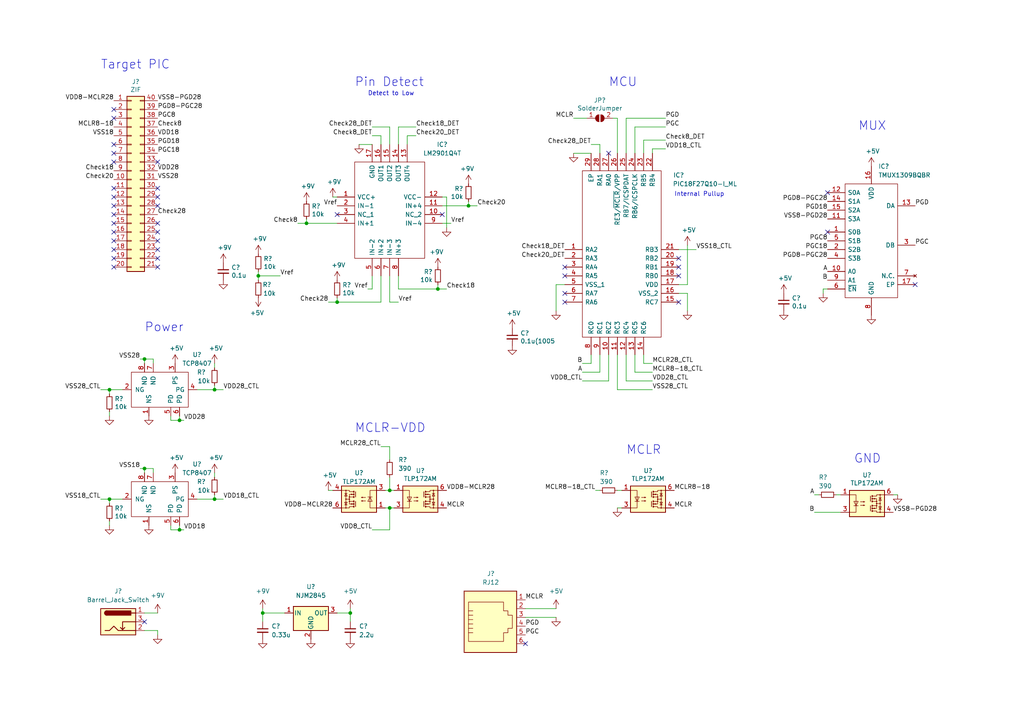
<source format=kicad_sch>
(kicad_sch (version 20211123) (generator eeschema)
  (paper "A4")
  (lib_symbols
    (symbol "Connector:Barrel_Jack_Switch" (pin_names hide)
      (property "Reference" "J" (at 0 5.334 0))
      (property "Value" "Barrel_Jack_Switch" (at 0 -5.08 0))
      (symbol "Barrel_Jack_Switch_0_1"
        (rectangle (start -5.08 3.81) (end 5.08 -3.81) (stroke (width 0.254)) (fill (type background)))
        (arc (start -3.302 3.175) (mid -3.937 2.54) (end -3.302 1.905) (stroke (width 0.254)))
        (arc (start -3.302 3.175) (mid -3.937 2.54) (end -3.302 1.905) (stroke (width 0.254)) (fill (type outline)))
        (polyline (pts (xy 1.27 -2.286) (xy 1.905 -1.651)) (stroke (width 0.254)))
        (polyline (pts (xy 5.08 2.54) (xy 3.81 2.54)) (stroke (width 0.254)))
        (polyline (pts (xy 5.08 0) (xy 1.27 0) (xy 1.27 -2.286) (xy 0.635 -1.651)) (stroke (width 0.254)))
        (polyline (pts (xy -3.81 -2.54) (xy -2.54 -2.54) (xy -1.27 -1.27) (xy 0 -2.54) (xy 2.54 -2.54) (xy 5.08 -2.54)) (stroke (width 0.254)))
        (rectangle (start 3.683 3.175) (end -3.302 1.905) (stroke (width 0.254)) (fill (type outline)))
      )
      (symbol "Barrel_Jack_Switch_1_1"
        (pin passive line (at 7.62 2.54 180) (length 2.54) (name "~") (number "1"))
        (pin passive line (at 7.62 -2.54 180) (length 2.54) (name "~") (number "2"))
        (pin passive line (at 7.62 0 180) (length 2.54) (name "~") (number "3"))
      )
    )
    (symbol "Connector:RJ12" (pin_names (offset 1.016))
      (property "Reference" "J" (at -5.08 11.43 0))
      (property "Value" "RJ12" (at 2.54 11.43 0))
      (symbol "RJ12_0_1"
        (polyline (pts (xy -6.35 -1.905) (xy -5.08 -1.905) (xy -5.08 -1.905)))
        (polyline (pts (xy -6.35 -0.635) (xy -5.08 -0.635) (xy -5.08 -0.635)))
        (polyline (pts (xy -6.35 0.635) (xy -5.08 0.635) (xy -5.08 0.635)))
        (polyline (pts (xy -6.35 1.905) (xy -5.08 1.905) (xy -5.08 1.905)))
        (polyline (pts (xy -6.35 3.175) (xy -5.08 3.175) (xy -5.08 3.175)))
        (polyline (pts (xy -5.08 4.445) (xy -6.35 4.445) (xy -6.35 4.445)))
        (polyline (pts (xy -6.35 -4.445) (xy -6.35 6.985) (xy 3.81 6.985) (xy 3.81 4.445) (xy 5.08 4.445) (xy 5.08 3.175) (xy 6.35 3.175) (xy 6.35 -0.635) (xy 5.08 -0.635) (xy 5.08 -1.905) (xy 3.81 -1.905) (xy 3.81 -4.445) (xy -6.35 -4.445) (xy -6.35 -4.445)))
        (rectangle (start 7.62 10.16) (end -7.62 -7.62) (stroke (width 0.254)) (fill (type background)))
      )
      (symbol "RJ12_1_1"
        (pin passive line (at 10.16 -5.08 180) (length 2.54) (name "~") (number "1"))
        (pin passive line (at 10.16 -2.54 180) (length 2.54) (name "~") (number "2"))
        (pin passive line (at 10.16 0 180) (length 2.54) (name "~") (number "3"))
        (pin passive line (at 10.16 2.54 180) (length 2.54) (name "~") (number "4"))
        (pin passive line (at 10.16 5.08 180) (length 2.54) (name "~") (number "5"))
        (pin passive line (at 10.16 7.62 180) (length 2.54) (name "~") (number "6"))
      )
    )
    (symbol "Connector_Generic:Conn_02x20_Counter_Clockwise" (pin_names (offset 1.016) hide)
      (property "Reference" "J" (at 1.27 25.4 0))
      (property "Value" "Conn_02x20_Counter_Clockwise" (at 1.27 -27.94 0))
      (symbol "Conn_02x20_Counter_Clockwise_1_1"
        (rectangle (start -1.27 -25.273) (end 0 -25.527) (stroke (width 0.1524)))
        (rectangle (start -1.27 -22.733) (end 0 -22.987) (stroke (width 0.1524)))
        (rectangle (start -1.27 -20.193) (end 0 -20.447) (stroke (width 0.1524)))
        (rectangle (start -1.27 -17.653) (end 0 -17.907) (stroke (width 0.1524)))
        (rectangle (start -1.27 -15.113) (end 0 -15.367) (stroke (width 0.1524)))
        (rectangle (start -1.27 -12.573) (end 0 -12.827) (stroke (width 0.1524)))
        (rectangle (start -1.27 -10.033) (end 0 -10.287) (stroke (width 0.1524)))
        (rectangle (start -1.27 -7.493) (end 0 -7.747) (stroke (width 0.1524)))
        (rectangle (start -1.27 -4.953) (end 0 -5.207) (stroke (width 0.1524)))
        (rectangle (start -1.27 -2.413) (end 0 -2.667) (stroke (width 0.1524)))
        (rectangle (start -1.27 0.127) (end 0 -0.127) (stroke (width 0.1524)))
        (rectangle (start -1.27 2.667) (end 0 2.413) (stroke (width 0.1524)))
        (rectangle (start -1.27 5.207) (end 0 4.953) (stroke (width 0.1524)))
        (rectangle (start -1.27 7.747) (end 0 7.493) (stroke (width 0.1524)))
        (rectangle (start -1.27 10.287) (end 0 10.033) (stroke (width 0.1524)))
        (rectangle (start -1.27 12.827) (end 0 12.573) (stroke (width 0.1524)))
        (rectangle (start -1.27 15.367) (end 0 15.113) (stroke (width 0.1524)))
        (rectangle (start -1.27 17.907) (end 0 17.653) (stroke (width 0.1524)))
        (rectangle (start -1.27 20.447) (end 0 20.193) (stroke (width 0.1524)))
        (rectangle (start -1.27 22.987) (end 0 22.733) (stroke (width 0.1524)))
        (rectangle (start -1.27 24.13) (end 3.81 -26.67) (stroke (width 0.254)) (fill (type background)))
        (rectangle (start 3.81 -25.273) (end 2.54 -25.527) (stroke (width 0.1524)))
        (rectangle (start 3.81 -22.733) (end 2.54 -22.987) (stroke (width 0.1524)))
        (rectangle (start 3.81 -20.193) (end 2.54 -20.447) (stroke (width 0.1524)))
        (rectangle (start 3.81 -17.653) (end 2.54 -17.907) (stroke (width 0.1524)))
        (rectangle (start 3.81 -15.113) (end 2.54 -15.367) (stroke (width 0.1524)))
        (rectangle (start 3.81 -12.573) (end 2.54 -12.827) (stroke (width 0.1524)))
        (rectangle (start 3.81 -10.033) (end 2.54 -10.287) (stroke (width 0.1524)))
        (rectangle (start 3.81 -7.493) (end 2.54 -7.747) (stroke (width 0.1524)))
        (rectangle (start 3.81 -4.953) (end 2.54 -5.207) (stroke (width 0.1524)))
        (rectangle (start 3.81 -2.413) (end 2.54 -2.667) (stroke (width 0.1524)))
        (rectangle (start 3.81 0.127) (end 2.54 -0.127) (stroke (width 0.1524)))
        (rectangle (start 3.81 2.667) (end 2.54 2.413) (stroke (width 0.1524)))
        (rectangle (start 3.81 5.207) (end 2.54 4.953) (stroke (width 0.1524)))
        (rectangle (start 3.81 7.747) (end 2.54 7.493) (stroke (width 0.1524)))
        (rectangle (start 3.81 10.287) (end 2.54 10.033) (stroke (width 0.1524)))
        (rectangle (start 3.81 12.827) (end 2.54 12.573) (stroke (width 0.1524)))
        (rectangle (start 3.81 15.367) (end 2.54 15.113) (stroke (width 0.1524)))
        (rectangle (start 3.81 17.907) (end 2.54 17.653) (stroke (width 0.1524)))
        (rectangle (start 3.81 20.447) (end 2.54 20.193) (stroke (width 0.1524)))
        (rectangle (start 3.81 22.987) (end 2.54 22.733) (stroke (width 0.1524)))
        (pin passive line (at -5.08 22.86 0) (length 3.81) (name "Pin_1") (number "1"))
        (pin passive line (at -5.08 0 0) (length 3.81) (name "Pin_10") (number "10"))
        (pin passive line (at -5.08 -2.54 0) (length 3.81) (name "Pin_11") (number "11"))
        (pin passive line (at -5.08 -5.08 0) (length 3.81) (name "Pin_12") (number "12"))
        (pin passive line (at -5.08 -7.62 0) (length 3.81) (name "Pin_13") (number "13"))
        (pin passive line (at -5.08 -10.16 0) (length 3.81) (name "Pin_14") (number "14"))
        (pin passive line (at -5.08 -12.7 0) (length 3.81) (name "Pin_15") (number "15"))
        (pin passive line (at -5.08 -15.24 0) (length 3.81) (name "Pin_16") (number "16"))
        (pin passive line (at -5.08 -17.78 0) (length 3.81) (name "Pin_17") (number "17"))
        (pin passive line (at -5.08 -20.32 0) (length 3.81) (name "Pin_18") (number "18"))
        (pin passive line (at -5.08 -22.86 0) (length 3.81) (name "Pin_19") (number "19"))
        (pin passive line (at -5.08 20.32 0) (length 3.81) (name "Pin_2") (number "2"))
        (pin passive line (at -5.08 -25.4 0) (length 3.81) (name "Pin_20") (number "20"))
        (pin passive line (at 7.62 -25.4 180) (length 3.81) (name "Pin_21") (number "21"))
        (pin passive line (at 7.62 -22.86 180) (length 3.81) (name "Pin_22") (number "22"))
        (pin passive line (at 7.62 -20.32 180) (length 3.81) (name "Pin_23") (number "23"))
        (pin passive line (at 7.62 -17.78 180) (length 3.81) (name "Pin_24") (number "24"))
        (pin passive line (at 7.62 -15.24 180) (length 3.81) (name "Pin_25") (number "25"))
        (pin passive line (at 7.62 -12.7 180) (length 3.81) (name "Pin_26") (number "26"))
        (pin passive line (at 7.62 -10.16 180) (length 3.81) (name "Pin_27") (number "27"))
        (pin passive line (at 7.62 -7.62 180) (length 3.81) (name "Pin_28") (number "28"))
        (pin passive line (at 7.62 -5.08 180) (length 3.81) (name "Pin_29") (number "29"))
        (pin passive line (at -5.08 17.78 0) (length 3.81) (name "Pin_3") (number "3"))
        (pin passive line (at 7.62 -2.54 180) (length 3.81) (name "Pin_30") (number "30"))
        (pin passive line (at 7.62 0 180) (length 3.81) (name "Pin_31") (number "31"))
        (pin passive line (at 7.62 2.54 180) (length 3.81) (name "Pin_32") (number "32"))
        (pin passive line (at 7.62 5.08 180) (length 3.81) (name "Pin_33") (number "33"))
        (pin passive line (at 7.62 7.62 180) (length 3.81) (name "Pin_34") (number "34"))
        (pin passive line (at 7.62 10.16 180) (length 3.81) (name "Pin_35") (number "35"))
        (pin passive line (at 7.62 12.7 180) (length 3.81) (name "Pin_36") (number "36"))
        (pin passive line (at 7.62 15.24 180) (length 3.81) (name "Pin_37") (number "37"))
        (pin passive line (at 7.62 17.78 180) (length 3.81) (name "Pin_38") (number "38"))
        (pin passive line (at 7.62 20.32 180) (length 3.81) (name "Pin_39") (number "39"))
        (pin passive line (at -5.08 15.24 0) (length 3.81) (name "Pin_4") (number "4"))
        (pin passive line (at 7.62 22.86 180) (length 3.81) (name "Pin_40") (number "40"))
        (pin passive line (at -5.08 12.7 0) (length 3.81) (name "Pin_5") (number "5"))
        (pin passive line (at -5.08 10.16 0) (length 3.81) (name "Pin_6") (number "6"))
        (pin passive line (at -5.08 7.62 0) (length 3.81) (name "Pin_7") (number "7"))
        (pin passive line (at -5.08 5.08 0) (length 3.81) (name "Pin_8") (number "8"))
        (pin passive line (at -5.08 2.54 0) (length 3.81) (name "Pin_9") (number "9"))
      )
    )
    (symbol "Device:C_Small" (pin_numbers hide) (pin_names (offset 0.254) hide)
      (property "Reference" "C" (at 0.254 1.778 0))
      (property "Value" "C_Small" (at 0.254 -2.032 0))
      (symbol "C_Small_0_1"
        (polyline (pts (xy -1.524 -0.508) (xy 1.524 -0.508)) (stroke (width 0.3302)))
        (polyline (pts (xy -1.524 0.508) (xy 1.524 0.508)) (stroke (width 0.3048)))
      )
      (symbol "C_Small_1_1"
        (pin passive line (at 0 2.54 270) (length 2.032) (name "~") (number "1"))
        (pin passive line (at 0 -2.54 90) (length 2.032) (name "~") (number "2"))
      )
    )
    (symbol "Device:R_Small" (pin_numbers hide) (pin_names (offset 0.254) hide)
      (property "Reference" "R" (at 0.762 0.508 0))
      (property "Value" "R_Small" (at 0.762 -1.016 0))
      (symbol "R_Small_0_1"
        (rectangle (start -0.762 1.778) (end 0.762 -1.778) (stroke (width 0.2032)))
      )
      (symbol "R_Small_1_1"
        (pin passive line (at 0 2.54 270) (length 0.762) (name "~") (number "1"))
        (pin passive line (at 0 -2.54 90) (length 0.762) (name "~") (number "2"))
      )
    )
    (symbol "Jumper:SolderJumper_2_Open" (pin_names (offset 0) hide)
      (property "Reference" "JP" (at 0 2.032 0))
      (property "Value" "SolderJumper_2_Open" (at 0 -2.54 0))
      (symbol "SolderJumper_2_Open_0_1"
        (arc (start -0.254 1.016) (mid -1.27 0) (end -0.254 -1.016))
        (arc (start -0.254 1.016) (mid -1.27 0) (end -0.254 -1.016) (fill (type outline)))
        (polyline (pts (xy -0.254 1.016) (xy -0.254 -1.016)))
        (polyline (pts (xy 0.254 1.016) (xy 0.254 -1.016)))
        (arc (start 0.254 -1.016) (mid 1.27 0) (end 0.254 1.016))
        (arc (start 0.254 -1.016) (mid 1.27 0) (end 0.254 1.016) (fill (type outline)))
      )
      (symbol "SolderJumper_2_Open_1_1"
        (pin passive line (at -3.81 0 0) (length 2.54) (name "A") (number "1"))
        (pin passive line (at 3.81 0 180) (length 2.54) (name "B") (number "2"))
      )
    )
    (symbol "LM2901Q4T:LM2901Q4T" (pin_names (offset 0.762))
      (property "Reference" "IC" (at 26.67 15.24 0))
      (property "Value" "LM2901Q4T" (at 26.67 12.7 0))
      (symbol "LM2901Q4T_0_0"
        (pin passive line (at 0 0 0) (length 5.08) (name "VCC+") (number "1"))
        (pin passive line (at 30.48 -5.08 180) (length 5.08) (name "NC_2") (number "10"))
        (pin passive line (at 30.48 -2.54 180) (length 5.08) (name "IN+4") (number "11"))
        (pin passive line (at 30.48 0 180) (length 5.08) (name "VCC-") (number "12"))
        (pin passive line (at 20.32 15.24 270) (length 5.08) (name "OUT4") (number "13"))
        (pin passive line (at 17.78 15.24 270) (length 5.08) (name "OUT3") (number "14"))
        (pin passive line (at 15.24 15.24 270) (length 5.08) (name "OUT2") (number "15"))
        (pin passive line (at 12.7 15.24 270) (length 5.08) (name "OUT1") (number "16"))
        (pin passive line (at 10.16 15.24 270) (length 5.08) (name "GND") (number "17"))
        (pin passive line (at 0 -2.54 0) (length 5.08) (name "IN-1") (number "2"))
        (pin passive line (at 0 -5.08 0) (length 5.08) (name "NC_1") (number "3"))
        (pin passive line (at 0 -7.62 0) (length 5.08) (name "IN+1") (number "4"))
        (pin passive line (at 10.16 -22.86 90) (length 5.08) (name "IN-2") (number "5"))
        (pin passive line (at 12.7 -22.86 90) (length 5.08) (name "IN+2") (number "6"))
        (pin passive line (at 15.24 -22.86 90) (length 5.08) (name "IN-3") (number "7"))
        (pin passive line (at 17.78 -22.86 90) (length 5.08) (name "IN+3") (number "8"))
        (pin passive line (at 30.48 -7.62 180) (length 5.08) (name "IN-4") (number "9"))
      )
      (symbol "LM2901Q4T_0_1"
        (polyline (pts (xy 5.08 10.16) (xy 25.4 10.16) (xy 25.4 -17.78) (xy 5.08 -17.78) (xy 5.08 10.16)) (stroke (width 0.1524)))
      )
    )
    (symbol "PIC18F27Q10-I_ML:PIC18F27Q10-I_ML" (pin_names (offset 0.762))
      (property "Reference" "IC" (at 29.21 27.94 0))
      (property "Value" "PIC18F27Q10-I_ML" (at 29.21 25.4 0))
      (symbol "PIC18F27Q10-I_ML_0_0"
        (pin passive line (at 0 0 0) (length 5.08) (name "RA2") (number "1"))
        (pin passive line (at 12.7 -30.48 90) (length 5.08) (name "RC2") (number "10"))
        (pin passive line (at 15.24 -30.48 90) (length 5.08) (name "RC3") (number "11"))
        (pin passive line (at 17.78 -30.48 90) (length 5.08) (name "RC4") (number "12"))
        (pin passive line (at 20.32 -30.48 90) (length 5.08) (name "RC5") (number "13"))
        (pin passive line (at 22.86 -30.48 90) (length 5.08) (name "RC6") (number "14"))
        (pin passive line (at 33.02 -15.24 180) (length 5.08) (name "RC7") (number "15"))
        (pin passive line (at 33.02 -12.7 180) (length 5.08) (name "VSS_2") (number "16"))
        (pin passive line (at 33.02 -10.16 180) (length 5.08) (name "VDD") (number "17"))
        (pin passive line (at 33.02 -7.62 180) (length 5.08) (name "RB0") (number "18"))
        (pin passive line (at 33.02 -5.08 180) (length 5.08) (name "RB1") (number "19"))
        (pin passive line (at 0 -2.54 0) (length 5.08) (name "RA3") (number "2"))
        (pin passive line (at 33.02 -2.54 180) (length 5.08) (name "RB2") (number "20"))
        (pin passive line (at 33.02 0 180) (length 5.08) (name "RB3") (number "21"))
        (pin passive line (at 25.4 27.94 270) (length 5.08) (name "RB4") (number "22"))
        (pin passive line (at 22.86 27.94 270) (length 5.08) (name "RB5") (number "23"))
        (pin passive line (at 20.32 27.94 270) (length 5.08) (name "RB6/ICSPCLK") (number "24"))
        (pin passive line (at 17.78 27.94 270) (length 5.08) (name "RB7/ICSPDAT") (number "25"))
        (pin passive line (at 15.24 27.94 270) (length 5.08) (name "RE3/~{MCLR}/VPP") (number "26"))
        (pin passive line (at 12.7 27.94 270) (length 5.08) (name "RA0") (number "27"))
        (pin passive line (at 10.16 27.94 270) (length 5.08) (name "RA1") (number "28"))
        (pin passive line (at 7.62 27.94 270) (length 5.08) (name "EP") (number "29"))
        (pin passive line (at 0 -5.08 0) (length 5.08) (name "RA4") (number "3"))
        (pin passive line (at 0 -7.62 0) (length 5.08) (name "RA5") (number "4"))
        (pin passive line (at 0 -10.16 0) (length 5.08) (name "VSS_1") (number "5"))
        (pin passive line (at 0 -12.7 0) (length 5.08) (name "RA7") (number "6"))
        (pin passive line (at 0 -15.24 0) (length 5.08) (name "RA6") (number "7"))
        (pin passive line (at 7.62 -30.48 90) (length 5.08) (name "RC0") (number "8"))
        (pin passive line (at 10.16 -30.48 90) (length 5.08) (name "RC1") (number "9"))
      )
      (symbol "PIC18F27Q10-I_ML_0_1"
        (polyline (pts (xy 5.08 22.86) (xy 27.94 22.86) (xy 27.94 -25.4) (xy 5.08 -25.4) (xy 5.08 22.86)) (stroke (width 0.1524)))
      )
    )
    (symbol "Regulator_Linear:L7805" (pin_names (offset 0.254))
      (property "Reference" "U" (at -3.81 3.175 0))
      (property "Value" "L7805" (at 0 3.175 0))
      (symbol "L7805_0_1"
        (rectangle (start -5.08 1.905) (end 5.08 -5.08) (stroke (width 0.254)) (fill (type background)))
      )
      (symbol "L7805_1_1"
        (pin power_in line (at -7.62 0 0) (length 2.54) (name "IN") (number "1"))
        (pin power_in line (at 0 -7.62 90) (length 2.54) (name "GND") (number "2"))
        (pin power_out line (at 7.62 0 180) (length 2.54) (name "OUT") (number "3"))
      )
    )
    (symbol "Relay_SolidState:TLP175A"
      (property "Reference" "U" (at -5.08 4.953 0))
      (property "Value" "TLP175A" (at -5.08 -5.08 0))
      (symbol "TLP175A_0_1"
        (rectangle (start -5.08 3.81) (end 5.08 -3.81) (stroke (width 0.254)) (fill (type background)))
        (polyline (pts (xy -3.81 -0.635) (xy -2.54 -0.635)))
        (polyline (pts (xy 1.016 -0.635) (xy 1.016 -2.159)) (stroke (width 0.2032)))
        (polyline (pts (xy 1.016 2.159) (xy 1.016 0.635)) (stroke (width 0.2032)))
        (polyline (pts (xy 1.524 -0.508) (xy 1.524 -0.762)) (stroke (width 0.3556)))
        (polyline (pts (xy 2.794 0) (xy 3.81 0)))
        (polyline (pts (xy 3.429 -1.651) (xy 4.191 -1.651)))
        (polyline (pts (xy 3.429 1.651) (xy 4.191 1.651)))
        (polyline (pts (xy 3.81 -2.54) (xy 3.81 2.54)))
        (polyline (pts (xy 1.524 -2.032) (xy 1.524 -2.286) (xy 1.524 -2.286)) (stroke (width 0.3556)))
        (polyline (pts (xy 1.524 -1.27) (xy 1.524 -1.524) (xy 1.524 -1.524)) (stroke (width 0.3556)))
        (polyline (pts (xy 1.524 0.762) (xy 1.524 0.508) (xy 1.524 0.508)) (stroke (width 0.3556)))
        (polyline (pts (xy 1.524 1.524) (xy 1.524 1.27) (xy 1.524 1.27)) (stroke (width 0.3556)))
        (polyline (pts (xy 1.524 2.286) (xy 1.524 2.032) (xy 1.524 2.032)) (stroke (width 0.3556)))
        (polyline (pts (xy 1.651 -1.397) (xy 2.794 -1.397) (xy 2.794 -0.635)))
        (polyline (pts (xy 1.651 1.397) (xy 2.794 1.397) (xy 2.794 0.635)))
        (polyline (pts (xy -5.08 2.54) (xy -3.175 2.54) (xy -3.175 -2.54) (xy -5.08 -2.54)))
        (polyline (pts (xy -3.175 -0.635) (xy -3.81 0.635) (xy -2.54 0.635) (xy -3.175 -0.635)))
        (polyline (pts (xy 1.651 -2.159) (xy 2.794 -2.159) (xy 2.794 -2.54) (xy 5.08 -2.54)))
        (polyline (pts (xy 1.651 -0.635) (xy 2.794 -0.635) (xy 2.794 0.635) (xy 1.651 0.635)))
        (polyline (pts (xy 1.651 2.159) (xy 2.794 2.159) (xy 2.794 2.54) (xy 5.08 2.54)))
        (polyline (pts (xy 1.778 -1.397) (xy 2.286 -1.27) (xy 2.286 -1.524) (xy 1.778 -1.397)))
        (polyline (pts (xy 1.778 1.397) (xy 2.286 1.524) (xy 2.286 1.27) (xy 1.778 1.397)))
        (polyline (pts (xy 3.81 -1.651) (xy 3.429 -0.889) (xy 4.191 -0.889) (xy 3.81 -1.651)))
        (polyline (pts (xy 3.81 1.651) (xy 3.429 0.889) (xy 4.191 0.889) (xy 3.81 1.651)))
        (polyline (pts (xy -1.905 -0.508) (xy -0.635 -0.508) (xy -1.016 -0.635) (xy -1.016 -0.381) (xy -0.635 -0.508)))
        (polyline (pts (xy -1.905 0.508) (xy -0.635 0.508) (xy -1.016 0.381) (xy -1.016 0.635) (xy -0.635 0.508)))
        (circle (center 2.794 -0.635) (radius 0.127))
        (circle (center 2.794 0) (radius 0.127))
        (circle (center 2.794 0.635) (radius 0.127))
        (circle (center 3.81 -2.54) (radius 0.127))
        (circle (center 3.81 0) (radius 0.127))
        (circle (center 3.81 2.54) (radius 0.127))
      )
      (symbol "TLP175A_1_1"
        (pin passive line (at -7.62 2.54 0) (length 2.54) (name "~") (number "1"))
        (pin passive line (at -7.62 -2.54 0) (length 2.54) (name "~") (number "3"))
        (pin passive line (at 7.62 -2.54 180) (length 2.54) (name "~") (number "4"))
        (pin passive line (at 7.62 2.54 180) (length 2.54) (name "~") (number "6"))
      )
    )
    (symbol "TCP8407:TCP8407" (pin_names (offset 1.016))
      (property "Reference" "U" (at -7.62 3.81 0))
      (property "Value" "TCP8407" (at -5.08 1.27 0))
      (symbol "TCP8407_0_1"
        (rectangle (start 0 0) (end 16.51 -10.16))
      )
      (symbol "TCP8407_1_1"
        (pin passive line (at 5.08 -12.7 90) (length 2.54) (name "NS") (number "1"))
        (pin passive line (at -2.54 -5.08 0) (length 2.54) (name "NG") (number "2"))
        (pin passive line (at 12.7 2.54 270) (length 2.54) (name "PS") (number "3"))
        (pin passive line (at 19.05 -5.08 180) (length 2.54) (name "PG") (number "4"))
        (pin passive line (at 11.43 -12.7 90) (length 2.54) (name "PD") (number "5"))
        (pin passive line (at 13.97 -12.7 90) (length 2.54) (name "PD") (number "6"))
        (pin passive line (at 6.35 2.54 270) (length 2.54) (name "ND") (number "7"))
        (pin passive line (at 3.81 2.54 270) (length 2.54) (name "ND") (number "8"))
      )
    )
    (symbol "TMUX1309BQBR:TMUX1309BQBR" (pin_names (offset 0.762))
      (property "Reference" "IC" (at 17.78 15.24 0))
      (property "Value" "TMUX1309BQBR" (at 17.78 12.7 0))
      (symbol "TMUX1309BQBR_0_0"
        (pin passive line (at 0 -3.81 0) (length 5.08) (name "S0B") (number "1"))
        (pin passive line (at 0 -15.24 0) (length 5.08) (name "A0") (number "10"))
        (pin passive line (at 0 0 0) (length 5.08) (name "S3A") (number "11"))
        (pin passive line (at 0 7.62 0) (length 5.08) (name "S0A") (number "12"))
        (pin passive line (at 25.4 3.81 180) (length 5.08) (name "DA") (number "13"))
        (pin passive line (at 0 5.08 0) (length 5.08) (name "S1A") (number "14"))
        (pin passive line (at 0 2.54 0) (length 5.08) (name "S2A") (number "15"))
        (pin passive line (at 12.7 15.24 270) (length 5.08) (name "VDD") (number "16"))
        (pin passive line (at 25.4 -19.05 180) (length 5.08) (name "EP") (number "17"))
        (pin passive line (at 0 -8.89 0) (length 5.08) (name "S2B") (number "2"))
        (pin passive line (at 25.4 -7.62 180) (length 5.08) (name "DB") (number "3"))
        (pin passive line (at 0 -11.43 0) (length 5.08) (name "S3B") (number "4"))
        (pin passive line (at 0 -6.35 0) (length 5.08) (name "S1B") (number "5"))
        (pin passive line (at 0 -20.32 0) (length 5.08) (name "~{EN}") (number "6"))
        (pin no_connect line (at 25.4 -16.51 180) (length 5.08) (name "N.C.") (number "7"))
        (pin passive line (at 12.7 -27.94 90) (length 5.08) (name "GND") (number "8"))
        (pin passive line (at 0 -17.78 0) (length 5.08) (name "A1") (number "9"))
      )
      (symbol "TMUX1309BQBR_0_1"
        (polyline (pts (xy 5.08 10.16) (xy 20.32 10.16) (xy 20.32 -22.86) (xy 5.08 -22.86) (xy 5.08 10.16)) (stroke (width 0.1524)))
      )
    )
    (symbol "power:+5V" (power) (pin_names (offset 0))
      (property "Value" "+5V" (at 0 3.556 0))
      (symbol "+5V_0_1"
        (polyline (pts (xy -0.762 1.27) (xy 0 2.54)))
        (polyline (pts (xy 0 0) (xy 0 2.54)))
        (polyline (pts (xy 0 2.54) (xy 0.762 1.27)))
      )
      (symbol "+5V_1_1"
        (pin power_in line (at 0 0 90) (length 0) hide (name "+5V") (number "1"))
      )
    )
    (symbol "power:+9V" (power) (pin_names (offset 0))
      (property "Value" "+9V" (at 0 3.556 0))
      (symbol "+9V_0_1"
        (polyline (pts (xy -0.762 1.27) (xy 0 2.54)))
        (polyline (pts (xy 0 0) (xy 0 2.54)))
        (polyline (pts (xy 0 2.54) (xy 0.762 1.27)))
      )
      (symbol "+9V_1_1"
        (pin power_in line (at 0 0 90) (length 0) hide (name "+9V") (number "1"))
      )
    )
    (symbol "power:GND" (power) (pin_names (offset 0))
      (property "Value" "GND" (at 0 -3.81 0))
      (symbol "GND_0_1"
        (polyline (pts (xy 0 0) (xy 0 -1.27) (xy 1.27 -1.27) (xy 0 -2.54) (xy -1.27 -1.27) (xy 0 -1.27)))
      )
      (symbol "GND_1_1"
        (pin power_in line (at 0 0 270) (length 0) hide (name "GND") (number "1"))
      )
    )
  )
  (junction (at 52.07 153.67))
  (junction (at 74.93 80.01))
  (junction (at 62.23 113.03))
  (junction (at 88.9 64.77))
  (junction (at 41.91 104.14))
  (junction (at 62.23 144.78))
  (junction (at 101.6 177.8))
  (junction (at 135.89 59.69))
  (junction (at 31.75 113.03))
  (junction (at 52.07 121.92))
  (junction (at 127 83.82))
  (junction (at 76.2 177.8))
  (junction (at 113.03 147.32))
  (junction (at 41.91 135.89))
  (junction (at 113.03 142.24))
  (junction (at 31.75 144.78))
  (junction (at 97.79 87.63))
  (no_connect (at 196.85 80.01))
  (no_connect (at 45.72 72.39))
  (no_connect (at 45.72 64.77))
  (no_connect (at 33.02 69.85))
  (no_connect (at 41.91 180.34))
  (no_connect (at 128.27 62.23))
  (no_connect (at 45.72 69.85))
  (no_connect (at 45.72 46.99))
  (no_connect (at 97.79 62.23))
  (no_connect (at 33.02 67.31))
  (no_connect (at 163.83 85.09))
  (no_connect (at 45.72 77.47))
  (no_connect (at 163.83 80.01))
  (no_connect (at 196.85 87.63))
  (no_connect (at 33.02 59.69))
  (no_connect (at 33.02 64.77))
  (no_connect (at 240.03 55.88))
  (no_connect (at 176.53 44.45))
  (no_connect (at 33.02 62.23))
  (no_connect (at 196.85 77.47))
  (no_connect (at 33.02 41.91))
  (no_connect (at 163.83 87.63))
  (no_connect (at 45.72 67.31))
  (no_connect (at 33.02 46.99))
  (no_connect (at 163.83 77.47))
  (no_connect (at 265.43 82.55))
  (no_connect (at 45.72 54.61))
  (no_connect (at 45.72 74.93))
  (no_connect (at 240.03 67.31))
  (no_connect (at 33.02 34.29))
  (no_connect (at 33.02 72.39))
  (no_connect (at 152.4 186.69))
  (no_connect (at 33.02 54.61))
  (no_connect (at 33.02 77.47))
  (no_connect (at 33.02 31.75))
  (no_connect (at 196.85 74.93))
  (no_connect (at 45.72 57.15))
  (no_connect (at 33.02 44.45))
  (no_connect (at 33.02 57.15))
  (no_connect (at 33.02 74.93))
  (no_connect (at 45.72 59.69))
  (wire (pts (xy 113.03 129.54) (xy 113.03 133.35)))
  (wire (pts (xy 173.99 107.95) (xy 173.99 102.87)))
  (wire (pts (xy 176.53 102.87) (xy 176.53 110.49)))
  (wire (pts (xy 259.08 143.51) (xy 260.35 143.51)))
  (wire (pts (xy 49.53 152.4) (xy 49.53 153.67)))
  (wire (pts (xy 41.91 137.16) (xy 41.91 135.89)))
  (wire (pts (xy 41.91 177.8) (xy 45.72 177.8)))
  (wire (pts (xy 111.76 142.24) (xy 113.03 142.24)))
  (wire (pts (xy 49.53 120.65) (xy 49.53 121.92)))
  (wire (pts (xy 193.04 43.18) (xy 189.23 43.18)))
  (wire (pts (xy 95.25 87.63) (xy 97.79 87.63)))
  (wire (pts (xy 76.2 176.53) (xy 76.2 177.8)))
  (wire (pts (xy 240.03 83.82) (xy 238.76 83.82)))
  (wire (pts (xy 171.45 105.41) (xy 168.91 105.41)))
  (wire (pts (xy 115.57 83.82) (xy 127 83.82)))
  (wire (pts (xy 179.07 142.24) (xy 180.34 142.24)))
  (wire (pts (xy 52.07 120.65) (xy 52.07 121.92)))
  (wire (pts (xy 111.76 147.32) (xy 113.03 147.32)))
  (wire (pts (xy 110.49 39.37) (xy 110.49 41.91)))
  (wire (pts (xy 242.57 143.51) (xy 243.84 143.51)))
  (wire (pts (xy 181.61 110.49) (xy 181.61 102.87)))
  (wire (pts (xy 49.53 121.92) (xy 52.07 121.92)))
  (wire (pts (xy 107.95 153.67) (xy 113.03 153.67)))
  (wire (pts (xy 189.23 107.95) (xy 184.15 107.95)))
  (wire (pts (xy 193.04 34.29) (xy 181.61 34.29)))
  (wire (pts (xy 236.22 148.59) (xy 243.84 148.59)))
  (wire (pts (xy 172.72 142.24) (xy 173.99 142.24)))
  (wire (pts (xy 31.75 119.38) (xy 31.75 120.65)))
  (wire (pts (xy 152.4 176.53) (xy 161.29 176.53)))
  (wire (pts (xy 107.95 39.37) (xy 110.49 39.37)))
  (wire (pts (xy 52.07 152.4) (xy 52.07 153.67)))
  (wire (pts (xy 113.03 147.32) (xy 113.03 153.67)))
  (wire (pts (xy 236.22 143.51) (xy 237.49 143.51)))
  (wire (pts (xy 135.89 59.69) (xy 135.89 58.42)))
  (wire (pts (xy 52.07 153.67) (xy 53.34 153.67)))
  (wire (pts (xy 189.23 110.49) (xy 181.61 110.49)))
  (wire (pts (xy 57.15 113.03) (xy 62.23 113.03)))
  (wire (pts (xy 41.91 135.89) (xy 44.45 135.89)))
  (wire (pts (xy 199.39 90.17) (xy 199.39 85.09)))
  (wire (pts (xy 57.15 144.78) (xy 62.23 144.78)))
  (wire (pts (xy 113.03 142.24) (xy 114.3 142.24)))
  (wire (pts (xy 181.61 34.29) (xy 181.61 44.45)))
  (wire (pts (xy 196.85 72.39) (xy 201.93 72.39)))
  (wire (pts (xy 161.29 82.55) (xy 163.83 82.55)))
  (wire (pts (xy 179.07 34.29) (xy 179.07 44.45)))
  (wire (pts (xy 199.39 85.09) (xy 196.85 85.09)))
  (wire (pts (xy 74.93 78.74) (xy 74.93 80.01)))
  (wire (pts (xy 106.68 83.82) (xy 107.95 83.82)))
  (wire (pts (xy 166.37 44.45) (xy 171.45 44.45)))
  (wire (pts (xy 41.91 182.88) (xy 45.72 182.88)))
  (wire (pts (xy 128.27 57.15) (xy 129.54 57.15)))
  (wire (pts (xy 152.4 179.07) (xy 161.29 179.07)))
  (wire (pts (xy 107.95 36.83) (xy 113.03 36.83)))
  (wire (pts (xy 101.6 177.8) (xy 101.6 180.34)))
  (wire (pts (xy 76.2 177.8) (xy 76.2 180.34)))
  (wire (pts (xy 113.03 147.32) (xy 114.3 147.32)))
  (wire (pts (xy 166.37 34.29) (xy 170.18 34.29)))
  (wire (pts (xy 97.79 87.63) (xy 97.79 86.36)))
  (wire (pts (xy 31.75 113.03) (xy 29.21 113.03)))
  (wire (pts (xy 62.23 138.43) (xy 62.23 137.16)))
  (wire (pts (xy 186.69 105.41) (xy 186.69 102.87)))
  (wire (pts (xy 62.23 144.78) (xy 64.77 144.78)))
  (wire (pts (xy 52.07 121.92) (xy 53.34 121.92)))
  (wire (pts (xy 44.45 104.14) (xy 44.45 105.41)))
  (wire (pts (xy 193.04 40.64) (xy 186.69 40.64)))
  (wire (pts (xy 171.45 41.91) (xy 173.99 41.91)))
  (wire (pts (xy 199.39 82.55) (xy 196.85 82.55)))
  (wire (pts (xy 115.57 36.83) (xy 120.65 36.83)))
  (wire (pts (xy 179.07 113.03) (xy 179.07 102.87)))
  (wire (pts (xy 31.75 144.78) (xy 31.75 146.05)))
  (wire (pts (xy 88.9 64.77) (xy 88.9 63.5)))
  (wire (pts (xy 110.49 129.54) (xy 113.03 129.54)))
  (wire (pts (xy 62.23 113.03) (xy 62.23 111.76)))
  (wire (pts (xy 113.03 138.43) (xy 113.03 142.24)))
  (wire (pts (xy 44.45 135.89) (xy 44.45 137.16)))
  (wire (pts (xy 171.45 102.87) (xy 171.45 105.41)))
  (wire (pts (xy 40.64 104.14) (xy 41.91 104.14)))
  (wire (pts (xy 62.23 113.03) (xy 64.77 113.03)))
  (wire (pts (xy 40.64 135.89) (xy 41.91 135.89)))
  (wire (pts (xy 86.36 64.77) (xy 88.9 64.77)))
  (wire (pts (xy 138.43 59.69) (xy 135.89 59.69)))
  (wire (pts (xy 186.69 40.64) (xy 186.69 44.45)))
  (wire (pts (xy 97.79 177.8) (xy 101.6 177.8)))
  (wire (pts (xy 189.23 105.41) (xy 186.69 105.41)))
  (wire (pts (xy 127 83.82) (xy 127 82.55)))
  (wire (pts (xy 173.99 41.91) (xy 173.99 44.45)))
  (wire (pts (xy 35.56 113.03) (xy 31.75 113.03)))
  (wire (pts (xy 41.91 105.41) (xy 41.91 104.14)))
  (wire (pts (xy 118.11 39.37) (xy 120.65 39.37)))
  (wire (pts (xy 118.11 39.37) (xy 118.11 41.91)))
  (wire (pts (xy 110.49 80.01) (xy 110.49 87.63)))
  (wire (pts (xy 184.15 44.45) (xy 184.15 36.83)))
  (wire (pts (xy 129.54 57.15) (xy 129.54 66.04)))
  (wire (pts (xy 96.52 57.15) (xy 97.79 57.15)))
  (wire (pts (xy 184.15 36.83) (xy 193.04 36.83)))
  (wire (pts (xy 45.72 182.88) (xy 45.72 184.15)))
  (wire (pts (xy 107.95 80.01) (xy 107.95 83.82)))
  (wire (pts (xy 115.57 87.63) (xy 113.03 87.63)))
  (wire (pts (xy 31.75 144.78) (xy 29.21 144.78)))
  (wire (pts (xy 74.93 80.01) (xy 74.93 81.28)))
  (wire (pts (xy 41.91 104.14) (xy 44.45 104.14)))
  (wire (pts (xy 95.25 142.24) (xy 96.52 142.24)))
  (wire (pts (xy 128.27 59.69) (xy 135.89 59.69)))
  (wire (pts (xy 115.57 36.83) (xy 115.57 41.91)))
  (wire (pts (xy 88.9 64.77) (xy 97.79 64.77)))
  (wire (pts (xy 31.75 151.13) (xy 31.75 152.4)))
  (wire (pts (xy 62.23 106.68) (xy 62.23 105.41)))
  (wire (pts (xy 177.8 34.29) (xy 179.07 34.29)))
  (wire (pts (xy 101.6 176.53) (xy 101.6 177.8)))
  (wire (pts (xy 189.23 43.18) (xy 189.23 44.45)))
  (wire (pts (xy 97.79 87.63) (xy 110.49 87.63)))
  (wire (pts (xy 179.07 147.32) (xy 180.34 147.32)))
  (wire (pts (xy 31.75 113.03) (xy 31.75 114.3)))
  (wire (pts (xy 62.23 144.78) (xy 62.23 143.51)))
  (wire (pts (xy 74.93 80.01) (xy 81.28 80.01)))
  (wire (pts (xy 129.54 83.82) (xy 127 83.82)))
  (wire (pts (xy 238.76 83.82) (xy 238.76 85.09)))
  (wire (pts (xy 115.57 80.01) (xy 115.57 83.82)))
  (wire (pts (xy 113.03 41.91) (xy 113.03 36.83)))
  (wire (pts (xy 128.27 64.77) (xy 130.81 64.77)))
  (wire (pts (xy 113.03 87.63) (xy 113.03 80.01)))
  (wire (pts (xy 176.53 110.49) (xy 168.91 110.49)))
  (wire (pts (xy 35.56 144.78) (xy 31.75 144.78)))
  (wire (pts (xy 104.14 41.91) (xy 107.95 41.91)))
  (wire (pts (xy 168.91 107.95) (xy 173.99 107.95)))
  (wire (pts (xy 189.23 113.03) (xy 179.07 113.03)))
  (wire (pts (xy 49.53 153.67) (xy 52.07 153.67)))
  (wire (pts (xy 82.55 177.8) (xy 76.2 177.8)))
  (wire (pts (xy 161.29 90.17) (xy 161.29 82.55)))
  (wire (pts (xy 199.39 71.12) (xy 199.39 82.55)))
  (wire (pts (xy 184.15 107.95) (xy 184.15 102.87)))
  (text "MCU" (at 176.53 25.4 0) (effects (font (size 2.54 2.54)) (justify left bottom)))
  (text "MCLR" (at 181.61 132.08 0) (effects (font (size 2.54 2.54)) (justify left bottom)))
  (text "Internal Pullup" (at 195.58 57.15 0) (effects (font (size 1.27 1.27)) (justify left bottom)))
  (text "GND" (at 247.65 134.62 0) (effects (font (size 2.54 2.54)) (justify left bottom)))
  (text "Target PIC" (at 29.21 20.32 0) (effects (font (size 2.54 2.54)) (justify left bottom)))
  (text "MCLR-VDD" (at 102.87 125.73 0) (effects (font (size 2.54 2.54)) (justify left bottom)))
  (text "Pin Detect" (at 102.87 25.4 0) (effects (font (size 2.54 2.54)) (justify left bottom)))
  (text "Power" (at 41.91 96.52 0) (effects (font (size 2.54 2.54)) (justify left bottom)))
  (text "Detect to Low" (at 106.68 27.94 0) (effects (font (size 1.27 1.27)) (justify left bottom)))
  (text "MUX" (at 248.92 38.1 0) (effects (font (size 2.54 2.54)) (justify left bottom)))
  (label "MCLR8-18" (at 195.58 142.24 0))
  (label "PGC" (at 265.43 71.12 0))
  (label "MCLR" (at 166.37 34.29 180))
  (label "VSS28" (at 45.72 52.07 0))
  (label "VDD8_CTL" (at 107.95 153.67 180))
  (label "B" (at 168.91 105.41 180))
  (label "PGC" (at 152.4 184.15 0))
  (label "Check20_DET" (at 163.83 74.93 180))
  (label "MCLR28_CTL" (at 189.23 105.41 0))
  (label "PGD18" (at 240.03 60.96 180))
  (label "Check20" (at 33.02 52.07 180))
  (label "VSS8-PGD28" (at 45.72 29.21 0))
  (label "VSS28_CTL" (at 29.21 113.03 180))
  (label "Check18" (at 129.54 83.82 0))
  (label "VSS8-PGD28" (at 240.03 63.5 180))
  (label "Vref" (at 81.28 80.01 0))
  (label "VDD8-MCLR28" (at 129.54 142.24 0))
  (label "Check8" (at 45.72 36.83 0))
  (label "MCLR28_CTL" (at 110.49 129.54 180))
  (label "Check28" (at 45.72 62.23 0))
  (label "Vref" (at 106.68 83.82 180))
  (label "PGD" (at 265.43 59.69 0))
  (label "Check18_DET" (at 163.83 72.39 180))
  (label "PGC18" (at 45.72 44.45 0))
  (label "MCLR8-18_CTL" (at 189.23 107.95 0))
  (label "Vref" (at 97.79 59.69 180))
  (label "Check18_DET" (at 120.65 36.83 0))
  (label "VSS18_CTL" (at 201.93 72.39 0))
  (label "VSS18" (at 33.02 39.37 180))
  (label "VDD18_CTL" (at 64.77 144.78 0))
  (label "Check8_DET" (at 193.04 40.64 0))
  (label "VSS18" (at 40.64 135.89 180))
  (label "PGD8-PGC28" (at 240.03 74.93 180))
  (label "MCLR" (at 195.58 147.32 0))
  (label "Check8" (at 86.36 64.77 180))
  (label "VDD18_CTL" (at 193.04 43.18 0))
  (label "PGC8" (at 45.72 34.29 0))
  (label "VDD8-MCLR28" (at 96.52 147.32 180))
  (label "VDD18" (at 45.72 39.37 0))
  (label "B" (at 236.22 148.59 180))
  (label "Vref" (at 130.81 64.77 0))
  (label "Check8_DET" (at 107.95 39.37 180))
  (label "A" (at 236.22 143.51 180))
  (label "PGD" (at 193.04 34.29 0))
  (label "Check20" (at 138.43 59.69 0))
  (label "VDD28_CTL" (at 64.77 113.03 0))
  (label "A" (at 168.91 107.95 180))
  (label "PGC18" (at 240.03 72.39 180))
  (label "VDD18" (at 53.34 153.67 0))
  (label "VDD28" (at 53.34 121.92 0))
  (label "MCLR8-18_CTL" (at 172.72 142.24 180))
  (label "VDD28" (at 45.72 49.53 0))
  (label "Vref" (at 115.57 87.63 0))
  (label "PGC8" (at 240.03 69.85 180))
  (label "VSS18_CTL" (at 29.21 144.78 180))
  (label "Check20_DET" (at 120.65 39.37 0))
  (label "VDD8_CTL" (at 168.91 110.49 180))
  (label "MCLR" (at 152.4 173.99 0))
  (label "PGD" (at 152.4 181.61 0))
  (label "VDD28_CTL" (at 189.23 110.49 0))
  (label "PGD8-PGC28" (at 45.72 31.75 0))
  (label "VDD8-MCLR28" (at 33.02 29.21 180))
  (label "VSS8-PGD28" (at 259.08 148.59 0))
  (label "MCLR" (at 129.54 147.32 0))
  (label "PGD8-PGC28" (at 240.03 58.42 180))
  (label "Check18" (at 33.02 49.53 180))
  (label "VSS28_CTL" (at 189.23 113.03 0))
  (label "Check28_DET" (at 107.95 36.83 180))
  (label "Check28" (at 95.25 87.63 180))
  (label "A" (at 240.03 78.74 180))
  (label "PGC" (at 193.04 36.83 0))
  (label "B" (at 240.03 81.28 180))
  (label "Check28_DET" (at 171.45 41.91 180))
  (label "MCLR8-18" (at 33.02 36.83 180))
  (label "PGD18" (at 45.72 41.91 0))
  (label "VSS28" (at 40.64 104.14 180))
  (symbol (lib_id "power:+9V") (at 76.2 176.53 0) (unit 1)
    (property "Reference" "#PWR?" (effects hide))
    (property "Value" "+9V" (at 76.2 171.45 0))
  )
  (symbol (lib_id "power:GND") (at 64.77 81.28 0) (unit 1)
    (property "Reference" "#PWR?" (effects hide))
    (property "Value" "GND" (effects hide))
  )
  (symbol (lib_id "power:GND") (at 45.72 184.15 0) (unit 1)
    (property "Reference" "#PWR?" (effects hide))
    (property "Value" "GND" (effects hide))
  )
  (symbol (lib_id "Device:R_Small") (at 88.9 60.96 0) (unit 1)
    (property "Reference" "R?" (at 90.3986 59.7916 0) (effects (justify left)))
    (property "Value" "10k" (at 90.3986 62.103 0) (effects (justify left)))
    (property "Footprint" "Resistor_SMD:R_0603_1608Metric" (effects hide))
  )
  (symbol (lib_id "power:GND") (at 43.18 152.4 0) (unit 1)
    (property "Reference" "#PWR?" (effects hide))
    (property "Value" "GND" (effects hide))
  )
  (symbol (lib_id "power:+9V") (at 97.79 81.28 0) (unit 1)
    (property "Reference" "#PWR?" (effects hide))
    (property "Value" "+9V" (at 98.171 76.8858 0))
  )
  (symbol (lib_id "power:GND") (at 161.29 179.07 0) (unit 1)
    (property "Reference" "#PWR?" (effects hide))
    (property "Value" "GND" (effects hide))
  )
  (symbol (lib_id "power:GND") (at 31.75 152.4 0) (unit 1)
    (property "Reference" "#PWR?" (effects hide))
    (property "Value" "GND" (effects hide))
  )
  (symbol (lib_id "Regulator_Linear:L7805") (at 90.17 177.8 0) (unit 1)
    (property "Reference" "U?" (at 90.17 170.18 0))
    (property "Value" "NJM2845" (at 90.17 172.72 0))
    (property "Datasheet" "http://www.st.com/content/ccc/resource/technical/document/datasheet/41/4f/b3/b0/12/d4/47/88/CD00000444.pdf/files/CD00000444.pdf/jcr:content/translations/en.CD00000444.pdf" (effects hide))
  )
  (symbol (lib_id "power:+9V") (at 127 77.47 0) (mirror y) (unit 1)
    (property "Reference" "#PWR?" (effects hide))
    (property "Value" "+9V" (at 126.619 73.0758 0))
  )
  (symbol (lib_id "power:+9V") (at 64.77 76.2 0) (unit 1)
    (property "Reference" "#PWR?" (effects hide))
    (property "Value" "+9V" (at 65.151 71.8058 0))
  )
  (symbol (lib_id "power:GND") (at 43.18 120.65 0) (unit 1)
    (property "Reference" "#PWR?" (effects hide))
    (property "Value" "GND" (effects hide))
  )
  (symbol (lib_id "Device:R_Small") (at 62.23 140.97 0) (unit 1)
    (property "Reference" "R?" (at 59.69 139.7 0) (effects (justify right)))
    (property "Value" "10k" (at 60.96 142.24 0) (effects (justify right)))
    (property "Footprint" "Resistor_SMD:R_0603_1608Metric" (effects hide))
  )
  (symbol (lib_id "Device:R_Small") (at 74.93 83.82 180) (unit 1)
    (property "Reference" "R?" (at 78.74 82.55 0) (effects (justify left)))
    (property "Value" "10k" (at 80.01 85.09 0) (effects (justify left)))
    (property "Footprint" "Resistor_SMD:R_0603_1608Metric" (effects hide))
  )
  (symbol (lib_id "Device:R_Small") (at 127 80.01 0) (mirror y) (unit 1)
    (property "Reference" "R?" (at 125.5014 78.8416 0) (effects (justify left)))
    (property "Value" "10k" (at 125.5014 81.153 0) (effects (justify left)))
    (property "Footprint" "Resistor_SMD:R_0603_1608Metric" (effects hide))
  )
  (symbol (lib_id "Device:R_Small") (at 97.79 83.82 0) (unit 1)
    (property "Reference" "R?" (at 99.2886 82.6516 0) (effects (justify left)))
    (property "Value" "10k" (at 99.2886 84.963 0) (effects (justify left)))
    (property "Footprint" "Resistor_SMD:R_0603_1608Metric" (effects hide))
  )
  (symbol (lib_id "power:GND") (at 166.37 44.45 0) (unit 1)
    (property "Reference" "#PWR?" (effects hide))
    (property "Value" "GND" (effects hide))
  )
  (symbol (lib_id "Device:R_Small") (at 176.53 142.24 90) (unit 1)
    (property "Reference" "R?" (at 176.53 137.16 90) (effects (justify left)))
    (property "Value" "390" (at 177.8 139.7 90) (effects (justify left)))
    (property "Footprint" "Resistor_SMD:R_0603_1608Metric" (effects hide))
  )
  (symbol (lib_id "power:+5V") (at 74.93 86.36 180) (unit 1)
    (property "Reference" "#PWR?" (effects hide))
    (property "Value" "+5V" (at 74.549 90.7542 0))
  )
  (symbol (lib_id "Device:R_Small") (at 62.23 109.22 0) (unit 1)
    (property "Reference" "R?" (at 59.69 107.95 0) (effects (justify right)))
    (property "Value" "10k" (at 60.96 110.49 0) (effects (justify right)))
    (property "Footprint" "Resistor_SMD:R_0603_1608Metric" (effects hide))
  )
  (symbol (lib_id "power:GND") (at 90.17 185.42 0) (unit 1)
    (property "Reference" "#PWR?" (effects hide))
    (property "Value" "GND" (effects hide))
  )
  (symbol (lib_id "Relay_SolidState:TLP175A") (at 104.14 144.78 180) (unit 1)
    (property "Reference" "U?" (at 104.14 137.16 0))
    (property "Value" "TLP172AM" (at 104.14 139.7 0))
    (property "Footprint" "Package_SO:SOIC-4_4.55x3.7mm_P2.54mm" (effects hide))
    (property "Datasheet" "https://toshiba.semicon-storage.com/info/docget.jsp?did=13665&prodName=TLP175A" (effects hide))
  )
  (symbol (lib_id "TMUX1309BQBR:TMUX1309BQBR") (at 240.03 63.5 0) (unit 1)
    (property "Reference" "IC?" (at 254.7494 48.26 0) (effects (justify left)))
    (property "Value" "TMUX1309BQBR" (at 254.7494 50.8 0) (effects (justify left)))
    (property "Footprint" "TMUX1309BQBR" (effects hide))
    (property "Description" "Multiplexer Switch ICs 2-channel, 4:1 general-purpose analog multiplexer with 1.8-V logic control" (effects hide))
    (property "Height" "0.8" (effects hide))
    (property "Mouser Part Number" "595-TMUX1309BQBR" (effects hide))
    (property "Mouser Price/Stock" "https://www.mouser.co.uk/ProductDetail/Texas-Instruments/TMUX1309BQBR?qs=hd1VzrDQEGgN4lN7jPkb7w%3D%3D" (effects hide))
    (property "Manufacturer_Name" "Texas Instruments" (effects hide))
    (property "Manufacturer_Part_Number" "TMUX1309BQBR" (effects hide))
  )
  (symbol (lib_id "Connector:Barrel_Jack_Switch") (at 34.29 180.34 0) (unit 1)
    (property "Reference" "J?" (at 34.29 171.45 0))
    (property "Value" "Barrel_Jack_Switch" (at 34.29 173.99 0))
  )
  (symbol (lib_id "power:+9V") (at 74.93 73.66 0) (unit 1)
    (property "Reference" "#PWR?" (effects hide))
    (property "Value" "+9V" (at 75.311 69.2658 0))
  )
  (symbol (lib_id "Relay_SolidState:TLP175A") (at 251.46 146.05 0) (unit 1)
    (property "Reference" "U?" (at 251.46 137.795 0))
    (property "Value" "TLP172AM" (at 251.46 140.1064 0))
    (property "Footprint" "Package_SO:SOIC-4_4.55x3.7mm_P2.54mm" (effects hide))
    (property "Datasheet" "https://toshiba.semicon-storage.com/info/docget.jsp?did=13665&prodName=TLP175A" (effects hide))
  )
  (symbol (lib_id "power:+9V") (at 45.72 177.8 0) (unit 1)
    (property "Reference" "#PWR?" (effects hide))
    (property "Value" "+9V" (at 45.72 172.72 0))
  )
  (symbol (lib_id "Relay_SolidState:TLP175A") (at 187.96 144.78 0) (unit 1)
    (property "Reference" "U?" (at 187.96 136.525 0))
    (property "Value" "TLP172AM" (at 187.96 138.8364 0))
    (property "Footprint" "Package_SO:SOIC-4_4.55x3.7mm_P2.54mm" (effects hide))
    (property "Datasheet" "https://toshiba.semicon-storage.com/info/docget.jsp?did=13665&prodName=TLP175A" (effects hide))
  )
  (symbol (lib_id "power:GND") (at 227.33 90.17 0) (unit 1)
    (property "Reference" "#PWR?" (effects hide))
    (property "Value" "GND" (effects hide))
  )
  (symbol (lib_id "power:GND") (at 129.54 66.04 0) (unit 1)
    (property "Reference" "#PWR?" (effects hide))
    (property "Value" "GND" (effects hide))
  )
  (symbol (lib_id "TCP8407:TCP8407") (at 38.1 107.95 0) (unit 1)
    (property "Reference" "U?" (at 57.15 102.87 0))
    (property "Value" "TCP8407" (at 57.15 105.41 0))
  )
  (symbol (lib_id "power:GND") (at 199.39 90.17 0) (unit 1)
    (property "Reference" "#PWR?" (effects hide))
    (property "Value" "GND" (effects hide))
  )
  (symbol (lib_id "Device:R_Small") (at 74.93 76.2 0) (unit 1)
    (property "Reference" "R?" (at 76.4286 75.0316 0) (effects (justify left)))
    (property "Value" "10k" (at 76.4286 77.343 0) (effects (justify left)))
    (property "Footprint" "Resistor_SMD:R_0603_1608Metric" (effects hide))
  )
  (symbol (lib_id "power:GND") (at 161.29 90.17 0) (unit 1)
    (property "Reference" "#PWR?" (effects hide))
    (property "Value" "GND" (effects hide))
  )
  (symbol (lib_id "Jumper:SolderJumper_2_Open") (at 173.99 34.29 0) (unit 1)
    (property "Reference" "JP?" (at 173.99 29.083 0))
    (property "Value" "SolderJumper" (at 173.99 31.3944 0))
    (property "Footprint" "Jumper:SolderJumper-2_P1.3mm_Open_RoundedPad1.0x1.5mm" (effects hide))
  )
  (symbol (lib_id "Device:C_Small") (at 227.33 87.63 0) (unit 1)
    (property "Reference" "C?" (at 229.6668 86.4616 0) (effects (justify left)))
    (property "Value" "0.1u" (at 229.6668 88.773 0) (effects (justify left)))
    (property "Footprint" "Capacitor_SMD:C_0603_1608Metric" (effects hide))
  )
  (symbol (lib_id "power:GND") (at 260.35 143.51 0) (unit 1)
    (property "Reference" "#PWR?" (effects hide))
    (property "Value" "GND" (effects hide))
  )
  (symbol (lib_id "power:+5V") (at 227.33 85.09 0) (unit 1)
    (property "Reference" "#PWR?" (effects hide))
    (property "Value" "+5V" (at 227.711 80.6958 0))
  )
  (symbol (lib_id "power:GND") (at 104.14 41.91 0) (unit 1)
    (property "Reference" "#PWR?" (effects hide))
    (property "Value" "GND" (effects hide))
  )
  (symbol (lib_id "Connector_Generic:Conn_02x20_Counter_Clockwise") (at 38.1 52.07 0) (unit 1)
    (property "Reference" "J?" (at 39.37 23.6982 0))
    (property "Value" "ZIF" (at 39.37 26.0096 0))
    (property "Footprint" "Gentiana:ZIF" (effects hide))
  )
  (symbol (lib_id "TCP8407:TCP8407") (at 38.1 139.7 0) (unit 1)
    (property "Reference" "U?" (at 57.15 134.62 0))
    (property "Value" "TCP8407" (at 57.15 137.16 0))
  )
  (symbol (lib_id "power:+5V") (at 50.8 137.16 0) (unit 1)
    (property "Reference" "#PWR?" (effects hide))
    (property "Value" "+5V" (at 51.181 132.7658 0))
  )
  (symbol (lib_id "power:+5V") (at 161.29 176.53 0) (unit 1)
    (property "Reference" "#PWR?" (effects hide))
    (property "Value" "+5V" (at 161.29 171.45 0))
  )
  (symbol (lib_id "power:GND") (at 179.07 147.32 0) (unit 1)
    (property "Reference" "#PWR?" (effects hide))
    (property "Value" "GND" (effects hide))
  )
  (symbol (lib_id "power:+5V") (at 199.39 71.12 0) (unit 1)
    (property "Reference" "#PWR?" (effects hide))
    (property "Value" "+5V" (at 199.771 66.7258 0))
  )
  (symbol (lib_id "LM2901Q4T:LM2901Q4T") (at 97.79 57.15 0) (unit 1)
    (property "Reference" "IC?" (at 128.27 41.91 0))
    (property "Value" "LM2901Q4T" (at 128.27 44.45 0))
    (property "Footprint" "QFN50P300X300X100-17N" (effects hide))
    (property "Datasheet" "https://www.st.com/resource/en/datasheet/lm2901.pdf" (effects hide))
    (property "Description" "Analog Comparators 1.1mA Low Power Quad 25nA 250mV" (effects hide))
    (property "Height" "1" (effects hide))
    (property "Mouser Part Number" "511-LM2901Q4T" (effects hide))
    (property "Mouser Price/Stock" "https://www.mouser.co.uk/ProductDetail/STMicroelectronics/LM2901Q4T?qs=UOUhb9503hH%2FdloYMKQt8A%3D%3D" (effects hide))
    (property "Manufacturer_Name" "STMicroelectronics" (effects hide))
    (property "Manufacturer_Part_Number" "LM2901Q4T" (effects hide))
  )
  (symbol (lib_id "power:GND") (at 148.59 100.33 0) (unit 1)
    (property "Reference" "#PWR?" (effects hide))
    (property "Value" "GND" (effects hide))
  )
  (symbol (lib_id "power:+9V") (at 135.89 53.34 0) (mirror y) (unit 1)
    (property "Reference" "#PWR?" (effects hide))
    (property "Value" "+9V" (at 135.509 48.9458 0))
  )
  (symbol (lib_id "Device:C_Small") (at 148.59 97.79 0) (unit 1)
    (property "Reference" "C?" (at 150.9268 96.6216 0) (effects (justify left)))
    (property "Value" "0.1u(1005" (at 150.9268 98.933 0) (effects (justify left)))
    (property "Footprint" "Capacitor_SMD:C_0402_1005Metric" (effects hide))
  )
  (symbol (lib_id "power:+5V") (at 50.8 105.41 0) (unit 1)
    (property "Reference" "#PWR?" (effects hide))
    (property "Value" "+5V" (at 51.181 101.0158 0))
  )
  (symbol (lib_id "power:+5V") (at 252.73 48.26 0) (unit 1)
    (property "Reference" "#PWR?" (effects hide))
    (property "Value" "+5V" (at 253.111 43.8658 0))
  )
  (symbol (lib_id "power:+9V") (at 96.52 57.15 0) (unit 1)
    (property "Reference" "#PWR?" (effects hide))
    (property "Value" "+9V" (at 96.901 52.7558 0))
  )
  (symbol (lib_id "Device:C_Small") (at 64.77 78.74 0) (unit 1)
    (property "Reference" "C?" (at 67.1068 77.5716 0) (effects (justify left)))
    (property "Value" "0.1u" (at 67.1068 79.883 0) (effects (justify left)))
    (property "Footprint" "Capacitor_SMD:C_0603_1608Metric" (effects hide))
  )
  (symbol (lib_id "power:+5V") (at 62.23 137.16 0) (unit 1)
    (property "Reference" "#PWR?" (effects hide))
    (property "Value" "+5V" (at 62.611 132.7658 0))
  )
  (symbol (lib_id "power:+5V") (at 95.25 142.24 0) (unit 1)
    (property "Reference" "#PWR?" (effects hide))
    (property "Value" "+5V" (at 95.631 137.8458 0))
  )
  (symbol (lib_id "power:+9V") (at 88.9 58.42 0) (unit 1)
    (property "Reference" "#PWR?" (effects hide))
    (property "Value" "+9V" (at 89.281 54.0258 0))
  )
  (symbol (lib_id "power:GND") (at 31.75 120.65 0) (unit 1)
    (property "Reference" "#PWR?" (effects hide))
    (property "Value" "GND" (effects hide))
  )
  (symbol (lib_id "power:+5V") (at 62.23 105.41 0) (unit 1)
    (property "Reference" "#PWR?" (effects hide))
    (property "Value" "+5V" (at 62.611 101.0158 0))
  )
  (symbol (lib_id "Device:R_Small") (at 31.75 148.59 180) (unit 1)
    (property "Reference" "R?" (at 33.2486 147.4216 0) (effects (justify right)))
    (property "Value" "10k" (at 33.2486 149.733 0) (effects (justify right)))
    (property "Footprint" "Resistor_SMD:R_0603_1608Metric" (effects hide))
  )
  (symbol (lib_id "power:GND") (at 252.73 91.44 0) (unit 1)
    (property "Reference" "#PWR?" (effects hide))
    (property "Value" "GND" (effects hide))
  )
  (symbol (lib_id "Relay_SolidState:TLP175A") (at 121.92 144.78 0) (unit 1)
    (property "Reference" "U?" (at 121.92 136.525 0))
    (property "Value" "TLP172AM" (at 121.92 138.8364 0))
    (property "Footprint" "Package_SO:SOIC-4_4.55x3.7mm_P2.54mm" (effects hide))
    (property "Datasheet" "https://toshiba.semicon-storage.com/info/docget.jsp?did=13665&prodName=TLP175A" (effects hide))
  )
  (symbol (lib_id "power:GND") (at 76.2 185.42 0) (unit 1)
    (property "Reference" "#PWR?" (effects hide))
    (property "Value" "GND" (effects hide))
  )
  (symbol (lib_id "Device:C_Small") (at 76.2 182.88 0) (unit 1)
    (property "Reference" "C?" (at 78.74 181.6162 0) (effects (justify left)))
    (property "Value" "0.33u" (at 78.74 184.1562 0) (effects (justify left)))
  )
  (symbol (lib_id "Device:C_Small") (at 101.6 182.88 0) (unit 1)
    (property "Reference" "C?" (at 104.14 181.6162 0) (effects (justify left)))
    (property "Value" "2.2u" (at 104.14 184.1562 0) (effects (justify left)))
  )
  (symbol (lib_id "Device:R_Small") (at 135.89 55.88 0) (mirror y) (unit 1)
    (property "Reference" "R?" (at 134.3914 54.7116 0) (effects (justify left)))
    (property "Value" "10k" (at 134.3914 57.023 0) (effects (justify left)))
    (property "Footprint" "Resistor_SMD:R_0603_1608Metric" (effects hide))
  )
  (symbol (lib_id "Device:R_Small") (at 113.03 135.89 180) (unit 1)
    (property "Reference" "R?" (at 118.11 133.35 0) (effects (justify left)))
    (property "Value" "390" (at 119.38 135.89 0) (effects (justify left)))
    (property "Footprint" "Resistor_SMD:R_0603_1608Metric" (effects hide))
  )
  (symbol (lib_id "power:GND") (at 101.6 185.42 0) (unit 1)
    (property "Reference" "#PWR?" (effects hide))
    (property "Value" "GND" (effects hide))
  )
  (symbol (lib_id "power:+5V") (at 101.6 176.53 0) (unit 1)
    (property "Reference" "#PWR?" (effects hide))
    (property "Value" "+5V" (at 101.6 171.45 0))
  )
  (symbol (lib_id "Connector:RJ12") (at 142.24 179.07 0) (mirror x) (unit 1)
    (property "Reference" "J?" (at 143.51 166.37 0) (effects (justify right)))
    (property "Value" "RJ12" (at 144.78 168.91 0) (effects (justify right)))
  )
  (symbol (lib_id "power:+5V") (at 148.59 95.25 0) (unit 1)
    (property "Reference" "#PWR?" (effects hide))
    (property "Value" "+5V" (at 148.971 90.8558 0))
  )
  (symbol (lib_id "power:GND") (at 238.76 85.09 0) (unit 1)
    (property "Reference" "#PWR?" (effects hide))
    (property "Value" "GND" (effects hide))
  )
  (symbol (lib_id "PIC18F27Q10-I_ML:PIC18F27Q10-I_ML") (at 163.83 72.39 0) (unit 1)
    (property "Reference" "IC?" (at 196.85 50.8 0))
    (property "Value" "PIC18F27Q10-I_ML" (at 204.47 53.34 0))
    (property "Footprint" "QFN65P600X600X100-29N-D" (effects hide))
    (property "Datasheet" "https://ww1.microchip.com/downloads/en/DeviceDoc/PIC18F27-47Q10-Data-Sheet-40002043E.pdf" (effects hide))
    (property "Description" "8-bit Microcontrollers - MCU 128KB Flash, 3.6KB RAM, 1024B EEPROM, 10b ADC2, 5b DAC, Comp, PWM, CCP, CWG, HLT, WWDT, SCAN/CRC, ZCD, PPS, EUSART, SPI/I2C, IDLE/DOZE/PMD" (effects hide))
    (property "Height" "1" (effects hide))
    (property "Mouser Part Number" "579-PIC18F27Q10-I/ML" (effects hide))
    (property "Mouser Price/Stock" "https://www.mouser.co.uk/ProductDetail/Microchip-Technology-Atmel/PIC18F27Q10-I-ML?qs=y6ZabgHbY%252ByTbwshQQGdzQ%3D%3D" (effects hide))
    (property "Manufacturer_Name" "Microchip" (effects hide))
    (property "Manufacturer_Part_Number" "PIC18F27Q10-I/ML" (effects hide))
  )
  (symbol (lib_id "Device:R_Small") (at 240.03 143.51 90) (unit 1)
    (property "Reference" "R?" (at 240.03 138.43 90) (effects (justify left)))
    (property "Value" "390" (at 241.3 140.97 90) (effects (justify left)))
    (property "Footprint" "Resistor_SMD:R_0603_1608Metric" (effects hide))
  )
  (symbol (lib_id "Device:R_Small") (at 31.75 116.84 180) (unit 1)
    (property "Reference" "R?" (at 33.2486 115.6716 0) (effects (justify right)))
    (property "Value" "10k" (at 33.2486 117.983 0) (effects (justify right)))
    (property "Footprint" "Resistor_SMD:R_0603_1608Metric" (effects hide))
  )
)
</source>
